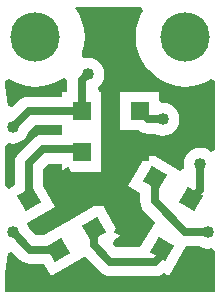
<source format=gtl>
%FSLAX25Y25*%
%MOIN*%
G70*
G01*
G75*
G04 Layer_Physical_Order=1*
G04 Layer_Color=255*
%ADD10P,0.08352X4X285.0*%
%ADD11P,0.08352X4X165.0*%
%ADD12R,0.05906X0.05906*%
%ADD13C,0.02500*%
%ADD14C,0.16500*%
%ADD15C,0.04000*%
G36*
X448474Y596191D02*
X447753Y595014D01*
X446759Y592615D01*
X446153Y590089D01*
X445949Y587500D01*
X446153Y584911D01*
X446759Y582385D01*
X447753Y579986D01*
X449110Y577772D01*
X450797Y575797D01*
X452772Y574110D01*
X454986Y572753D01*
X457385Y571759D01*
X459911Y571153D01*
X462500Y570949D01*
X465089Y571153D01*
X467615Y571759D01*
X470014Y572753D01*
X471191Y573474D01*
X472500Y572741D01*
Y549792D01*
X471155Y549128D01*
X470274Y549804D01*
X468936Y550358D01*
X467500Y550548D01*
X466064Y550358D01*
X464726Y549804D01*
X463577Y548923D01*
X462696Y547774D01*
X462142Y546436D01*
X461952Y545000D01*
X462129Y543660D01*
X461730Y543394D01*
X460665Y542952D01*
X449994Y549113D01*
X443541Y537936D01*
X447565Y535613D01*
Y532644D01*
X447565Y532644D01*
X447565D01*
X447728Y531404D01*
X448207Y530248D01*
X448968Y529256D01*
X452467Y525758D01*
X452282Y525516D01*
X452282D01*
X452282Y525516D01*
X447533Y517291D01*
X439485D01*
X438404Y518372D01*
X438599Y519859D01*
X440815Y521138D01*
X434362Y532315D01*
X423185Y525862D01*
X423185Y525862D01*
X422428Y525425D01*
D01*
X415459Y521401D01*
X412874D01*
X410361Y523914D01*
X410358Y523936D01*
X409804Y525274D01*
X409857Y525541D01*
X419236Y530955D01*
X415212Y537924D01*
Y543436D01*
X416985Y545209D01*
X421547D01*
Y542547D01*
X434453D01*
Y555453D01*
D01*
Y555453D01*
X434453Y555453D01*
Y556327D01*
X434453D01*
Y569232D01*
X433851D01*
X433369Y570653D01*
X433923Y571077D01*
X434804Y572226D01*
X435358Y573564D01*
X435547Y575000D01*
X435358Y576436D01*
X434804Y577774D01*
X433923Y578923D01*
X432774Y579804D01*
X431436Y580358D01*
X430000Y580548D01*
X428821Y580392D01*
X428232Y581160D01*
X427983Y581762D01*
X428241Y582385D01*
X428847Y584911D01*
X429051Y587500D01*
X428847Y590089D01*
X428241Y592615D01*
X427247Y595014D01*
X425890Y597228D01*
X426015Y597500D01*
X447741D01*
X448474Y596191D01*
D02*
G37*
G36*
X467226Y517696D02*
X468564Y517142D01*
X470000Y516953D01*
X471372Y517133D01*
X472500Y516144D01*
Y502500D01*
X402500D01*
Y508888D01*
X403365Y515457D01*
X404785Y515940D01*
X407502Y513223D01*
D01*
X407502Y513223D01*
X407502Y513223D01*
D01*
D01*
D01*
X407502Y513223D01*
Y513223D01*
X408494Y512461D01*
X408833Y512321D01*
X409650Y511982D01*
X410890Y511819D01*
X415382D01*
X417705Y507796D01*
X428881Y514248D01*
X428881Y514248D01*
X428881Y514248D01*
X428935Y514290D01*
X434112Y509112D01*
D01*
X434112Y509112D01*
X434112Y509112D01*
D01*
D01*
D01*
X434112Y509112D01*
Y509112D01*
X435105Y508351D01*
X436260Y507872D01*
X437500Y507709D01*
X452500D01*
X453740Y507872D01*
X454557Y508211D01*
X454895Y508351D01*
X455457Y508781D01*
X457006Y507887D01*
X462676Y517709D01*
X467209D01*
X467226Y517696D01*
D02*
G37*
G36*
X423227Y573134D02*
X423209Y573000D01*
X423209Y573000D01*
X423209D01*
X423209Y573000D01*
X423209D01*
Y569232D01*
X421547D01*
Y567570D01*
X410280D01*
X409039Y567407D01*
X407884Y566929D01*
X406892Y566167D01*
X404785Y564060D01*
X403365Y564543D01*
X402500Y571112D01*
Y572741D01*
X403809Y573474D01*
X404986Y572753D01*
X407385Y571759D01*
X409911Y571153D01*
X412500Y570949D01*
X415089Y571153D01*
X417615Y571759D01*
X420014Y572753D01*
X421969Y573951D01*
X423227Y573134D01*
D02*
G37*
G36*
X421547Y556327D02*
X421547Y556327D01*
X421547Y555453D01*
D01*
X421547Y554791D01*
X415000D01*
X413760Y554628D01*
X412605Y554149D01*
X411612Y553388D01*
X407033Y548809D01*
X406272Y547816D01*
X406132Y547478D01*
X405793Y546661D01*
X405630Y545421D01*
X405630Y545421D01*
X405630D01*
X405630Y545421D01*
X405630D01*
Y538002D01*
X403799Y536945D01*
X402500Y537695D01*
Y551144D01*
X403628Y552133D01*
X405000Y551953D01*
X406436Y552142D01*
X407774Y552696D01*
X408923Y553577D01*
X409804Y554726D01*
X410358Y556064D01*
X410361Y556086D01*
X412264Y557989D01*
X421547D01*
Y556327D01*
D02*
G37*
%LPC*%
G36*
X453744Y569232D02*
X440839D01*
Y556327D01*
X447055D01*
X447675Y555851D01*
X448831Y555372D01*
X450071Y555209D01*
X452209D01*
X452226Y555196D01*
X453564Y554642D01*
X455000Y554453D01*
X456436Y554642D01*
X457774Y555196D01*
X458923Y556077D01*
X459804Y557226D01*
X460358Y558564D01*
X460547Y560000D01*
X460358Y561436D01*
X459804Y562774D01*
X458923Y563923D01*
X457774Y564804D01*
X456436Y565358D01*
X455000Y565548D01*
X454872Y565531D01*
X453744Y566520D01*
Y569232D01*
D02*
G37*
%LPD*%
D10*
X452356Y540298D02*
D03*
X464290Y533408D02*
D03*
X442710Y523592D02*
D03*
X454644Y516702D02*
D03*
D11*
X432000Y523500D02*
D03*
X420067Y516610D02*
D03*
X422354Y540207D02*
D03*
X410421Y533317D02*
D03*
D12*
X428000Y549000D02*
D03*
Y562780D02*
D03*
X447291Y549000D02*
D03*
Y562780D02*
D03*
D13*
X422354Y540207D02*
X430061Y532500D01*
X437500D01*
X442710Y527289D01*
Y523592D02*
Y527289D01*
X405000Y557500D02*
X410280Y562780D01*
X428000D01*
X467500Y536619D02*
Y545000D01*
X464290Y533408D02*
X467500Y536619D01*
X462500Y522500D02*
X470000D01*
X452356Y532644D02*
X462500Y522500D01*
X405000D02*
X410890Y516610D01*
X420067D01*
X415000Y550000D02*
X427000D01*
X428000Y549000D01*
X410421Y545421D02*
X415000Y550000D01*
X410421Y533317D02*
Y545421D01*
X428000Y573000D02*
X430000Y575000D01*
X428000Y562780D02*
Y573000D01*
X454000Y549000D02*
X462500Y557500D01*
Y562500D01*
X447291Y549000D02*
X454000D01*
X450000Y575000D02*
X462500Y562500D01*
X445000Y575000D02*
X450000D01*
X447291Y562780D02*
X450071Y560000D01*
X455000D01*
X452356Y532644D02*
Y540298D01*
X437500Y539209D02*
X447291Y549000D01*
X437500Y532500D02*
Y539209D01*
X432000Y518000D02*
X437500Y512500D01*
X432000Y518000D02*
Y523500D01*
X437500Y512500D02*
X452500D01*
X454644Y514644D01*
Y516702D01*
D14*
X412500Y587500D02*
D03*
X462500D02*
D03*
D15*
X437500Y532500D02*
D03*
X405000Y557500D02*
D03*
X467500Y545000D02*
D03*
X405000Y522500D02*
D03*
X430000Y575000D02*
D03*
X445000D02*
D03*
X470000Y522500D02*
D03*
X455000Y560000D02*
D03*
M02*

</source>
